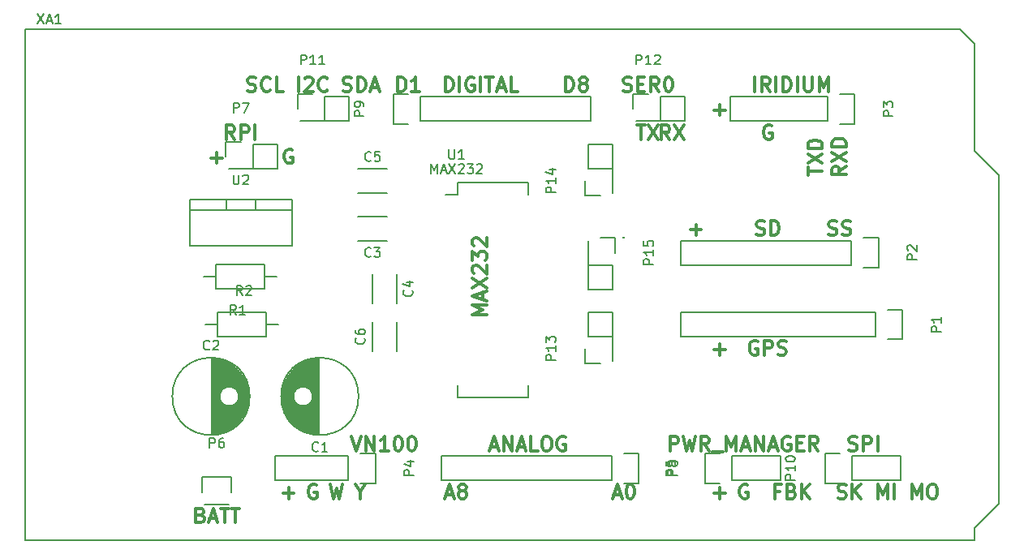
<source format=gto>
G04 #@! TF.FileFunction,Legend,Top*
%FSLAX46Y46*%
G04 Gerber Fmt 4.6, Leading zero omitted, Abs format (unit mm)*
G04 Created by KiCad (PCBNEW 4.0.2+dfsg1-stable) date fr. 11. mai 2018 kl. 17.21 +0200*
%MOMM*%
G01*
G04 APERTURE LIST*
%ADD10C,0.100000*%
%ADD11C,0.300000*%
%ADD12C,0.150000*%
G04 APERTURE END LIST*
D10*
D11*
X151392858Y-93178571D02*
X151392858Y-91678571D01*
X151750001Y-91678571D01*
X151964286Y-91750000D01*
X152107144Y-91892857D01*
X152178572Y-92035714D01*
X152250001Y-92321429D01*
X152250001Y-92535714D01*
X152178572Y-92821429D01*
X152107144Y-92964286D01*
X151964286Y-93107143D01*
X151750001Y-93178571D01*
X151392858Y-93178571D01*
X153678572Y-93178571D02*
X152821429Y-93178571D01*
X153250001Y-93178571D02*
X153250001Y-91678571D01*
X153107144Y-91892857D01*
X152964286Y-92035714D01*
X152821429Y-92107143D01*
X168892858Y-93178571D02*
X168892858Y-91678571D01*
X169250001Y-91678571D01*
X169464286Y-91750000D01*
X169607144Y-91892857D01*
X169678572Y-92035714D01*
X169750001Y-92321429D01*
X169750001Y-92535714D01*
X169678572Y-92821429D01*
X169607144Y-92964286D01*
X169464286Y-93107143D01*
X169250001Y-93178571D01*
X168892858Y-93178571D01*
X170607144Y-92321429D02*
X170464286Y-92250000D01*
X170392858Y-92178571D01*
X170321429Y-92035714D01*
X170321429Y-91964286D01*
X170392858Y-91821429D01*
X170464286Y-91750000D01*
X170607144Y-91678571D01*
X170892858Y-91678571D01*
X171035715Y-91750000D01*
X171107144Y-91821429D01*
X171178572Y-91964286D01*
X171178572Y-92035714D01*
X171107144Y-92178571D01*
X171035715Y-92250000D01*
X170892858Y-92321429D01*
X170607144Y-92321429D01*
X170464286Y-92392857D01*
X170392858Y-92464286D01*
X170321429Y-92607143D01*
X170321429Y-92892857D01*
X170392858Y-93035714D01*
X170464286Y-93107143D01*
X170607144Y-93178571D01*
X170892858Y-93178571D01*
X171035715Y-93107143D01*
X171107144Y-93035714D01*
X171178572Y-92892857D01*
X171178572Y-92607143D01*
X171107144Y-92464286D01*
X171035715Y-92392857D01*
X170892858Y-92321429D01*
X179750001Y-98178571D02*
X179250001Y-97464286D01*
X178892858Y-98178571D02*
X178892858Y-96678571D01*
X179464286Y-96678571D01*
X179607144Y-96750000D01*
X179678572Y-96821429D01*
X179750001Y-96964286D01*
X179750001Y-97178571D01*
X179678572Y-97321429D01*
X179607144Y-97392857D01*
X179464286Y-97464286D01*
X178892858Y-97464286D01*
X180250001Y-96678571D02*
X181250001Y-98178571D01*
X181250001Y-96678571D02*
X180250001Y-98178571D01*
X176357143Y-96678571D02*
X177214286Y-96678571D01*
X176785715Y-98178571D02*
X176785715Y-96678571D01*
X177571429Y-96678571D02*
X178571429Y-98178571D01*
X178571429Y-96678571D02*
X177571429Y-98178571D01*
X198178571Y-100999999D02*
X197464286Y-101499999D01*
X198178571Y-101857142D02*
X196678571Y-101857142D01*
X196678571Y-101285714D01*
X196750000Y-101142856D01*
X196821429Y-101071428D01*
X196964286Y-100999999D01*
X197178571Y-100999999D01*
X197321429Y-101071428D01*
X197392857Y-101142856D01*
X197464286Y-101285714D01*
X197464286Y-101857142D01*
X196678571Y-100499999D02*
X198178571Y-99499999D01*
X196678571Y-99499999D02*
X198178571Y-100499999D01*
X198178571Y-98928571D02*
X196678571Y-98928571D01*
X196678571Y-98571428D01*
X196750000Y-98357143D01*
X196892857Y-98214285D01*
X197035714Y-98142857D01*
X197321429Y-98071428D01*
X197535714Y-98071428D01*
X197821429Y-98142857D01*
X197964286Y-98214285D01*
X198107143Y-98357143D01*
X198178571Y-98571428D01*
X198178571Y-98928571D01*
X194178571Y-101892857D02*
X194178571Y-101035714D01*
X195678571Y-101464285D02*
X194178571Y-101464285D01*
X194178571Y-100678571D02*
X195678571Y-99678571D01*
X194178571Y-99678571D02*
X195678571Y-100678571D01*
X195678571Y-99107143D02*
X194178571Y-99107143D01*
X194178571Y-98750000D01*
X194250000Y-98535715D01*
X194392857Y-98392857D01*
X194535714Y-98321429D01*
X194821429Y-98250000D01*
X195035714Y-98250000D01*
X195321429Y-98321429D01*
X195464286Y-98392857D01*
X195607143Y-98535715D01*
X195678571Y-98750000D01*
X195678571Y-99107143D01*
X190392857Y-96750000D02*
X190250000Y-96678571D01*
X190035714Y-96678571D01*
X189821429Y-96750000D01*
X189678571Y-96892857D01*
X189607143Y-97035714D01*
X189535714Y-97321429D01*
X189535714Y-97535714D01*
X189607143Y-97821429D01*
X189678571Y-97964286D01*
X189821429Y-98107143D01*
X190035714Y-98178571D01*
X190178571Y-98178571D01*
X190392857Y-98107143D01*
X190464286Y-98035714D01*
X190464286Y-97535714D01*
X190178571Y-97535714D01*
X184428572Y-95107143D02*
X185571429Y-95107143D01*
X185000000Y-95678571D02*
X185000000Y-94535714D01*
X196357143Y-108107143D02*
X196571429Y-108178571D01*
X196928572Y-108178571D01*
X197071429Y-108107143D01*
X197142858Y-108035714D01*
X197214286Y-107892857D01*
X197214286Y-107750000D01*
X197142858Y-107607143D01*
X197071429Y-107535714D01*
X196928572Y-107464286D01*
X196642858Y-107392857D01*
X196500000Y-107321429D01*
X196428572Y-107250000D01*
X196357143Y-107107143D01*
X196357143Y-106964286D01*
X196428572Y-106821429D01*
X196500000Y-106750000D01*
X196642858Y-106678571D01*
X197000000Y-106678571D01*
X197214286Y-106750000D01*
X197785714Y-108107143D02*
X198000000Y-108178571D01*
X198357143Y-108178571D01*
X198500000Y-108107143D01*
X198571429Y-108035714D01*
X198642857Y-107892857D01*
X198642857Y-107750000D01*
X198571429Y-107607143D01*
X198500000Y-107535714D01*
X198357143Y-107464286D01*
X198071429Y-107392857D01*
X197928571Y-107321429D01*
X197857143Y-107250000D01*
X197785714Y-107107143D01*
X197785714Y-106964286D01*
X197857143Y-106821429D01*
X197928571Y-106750000D01*
X198071429Y-106678571D01*
X198428571Y-106678571D01*
X198642857Y-106750000D01*
X181928572Y-107607143D02*
X183071429Y-107607143D01*
X182500000Y-108178571D02*
X182500000Y-107035714D01*
X184428572Y-120107143D02*
X185571429Y-120107143D01*
X185000000Y-120678571D02*
X185000000Y-119535714D01*
X197321428Y-135607143D02*
X197535714Y-135678571D01*
X197892857Y-135678571D01*
X198035714Y-135607143D01*
X198107143Y-135535714D01*
X198178571Y-135392857D01*
X198178571Y-135250000D01*
X198107143Y-135107143D01*
X198035714Y-135035714D01*
X197892857Y-134964286D01*
X197607143Y-134892857D01*
X197464285Y-134821429D01*
X197392857Y-134750000D01*
X197321428Y-134607143D01*
X197321428Y-134464286D01*
X197392857Y-134321429D01*
X197464285Y-134250000D01*
X197607143Y-134178571D01*
X197964285Y-134178571D01*
X198178571Y-134250000D01*
X198821428Y-135678571D02*
X198821428Y-134178571D01*
X199678571Y-135678571D02*
X199035714Y-134821429D01*
X199678571Y-134178571D02*
X198821428Y-135035714D01*
X201464285Y-135678571D02*
X201464285Y-134178571D01*
X201964285Y-135250000D01*
X202464285Y-134178571D01*
X202464285Y-135678571D01*
X203178571Y-135678571D02*
X203178571Y-134178571D01*
X205035714Y-135678571D02*
X205035714Y-134178571D01*
X205535714Y-135250000D01*
X206035714Y-134178571D01*
X206035714Y-135678571D01*
X207035714Y-134178571D02*
X207321428Y-134178571D01*
X207464286Y-134250000D01*
X207607143Y-134392857D01*
X207678571Y-134678571D01*
X207678571Y-135178571D01*
X207607143Y-135464286D01*
X207464286Y-135607143D01*
X207321428Y-135678571D01*
X207035714Y-135678571D01*
X206892857Y-135607143D01*
X206750000Y-135464286D01*
X206678571Y-135178571D01*
X206678571Y-134678571D01*
X206750000Y-134392857D01*
X206892857Y-134250000D01*
X207035714Y-134178571D01*
X191214286Y-134892857D02*
X190714286Y-134892857D01*
X190714286Y-135678571D02*
X190714286Y-134178571D01*
X191428572Y-134178571D01*
X192500000Y-134892857D02*
X192714286Y-134964286D01*
X192785714Y-135035714D01*
X192857143Y-135178571D01*
X192857143Y-135392857D01*
X192785714Y-135535714D01*
X192714286Y-135607143D01*
X192571428Y-135678571D01*
X192000000Y-135678571D01*
X192000000Y-134178571D01*
X192500000Y-134178571D01*
X192642857Y-134250000D01*
X192714286Y-134321429D01*
X192785714Y-134464286D01*
X192785714Y-134607143D01*
X192714286Y-134750000D01*
X192642857Y-134821429D01*
X192500000Y-134892857D01*
X192000000Y-134892857D01*
X193500000Y-135678571D02*
X193500000Y-134178571D01*
X194357143Y-135678571D02*
X193714286Y-134821429D01*
X194357143Y-134178571D02*
X193500000Y-135035714D01*
X187892857Y-134250000D02*
X187750000Y-134178571D01*
X187535714Y-134178571D01*
X187321429Y-134250000D01*
X187178571Y-134392857D01*
X187107143Y-134535714D01*
X187035714Y-134821429D01*
X187035714Y-135035714D01*
X187107143Y-135321429D01*
X187178571Y-135464286D01*
X187321429Y-135607143D01*
X187535714Y-135678571D01*
X187678571Y-135678571D01*
X187892857Y-135607143D01*
X187964286Y-135535714D01*
X187964286Y-135035714D01*
X187678571Y-135035714D01*
X184428572Y-135107143D02*
X185571429Y-135107143D01*
X185000000Y-135678571D02*
X185000000Y-134535714D01*
X156428572Y-135250000D02*
X157142858Y-135250000D01*
X156285715Y-135678571D02*
X156785715Y-134178571D01*
X157285715Y-135678571D01*
X158000001Y-134821429D02*
X157857143Y-134750000D01*
X157785715Y-134678571D01*
X157714286Y-134535714D01*
X157714286Y-134464286D01*
X157785715Y-134321429D01*
X157857143Y-134250000D01*
X158000001Y-134178571D01*
X158285715Y-134178571D01*
X158428572Y-134250000D01*
X158500001Y-134321429D01*
X158571429Y-134464286D01*
X158571429Y-134535714D01*
X158500001Y-134678571D01*
X158428572Y-134750000D01*
X158285715Y-134821429D01*
X158000001Y-134821429D01*
X157857143Y-134892857D01*
X157785715Y-134964286D01*
X157714286Y-135107143D01*
X157714286Y-135392857D01*
X157785715Y-135535714D01*
X157857143Y-135607143D01*
X158000001Y-135678571D01*
X158285715Y-135678571D01*
X158428572Y-135607143D01*
X158500001Y-135535714D01*
X158571429Y-135392857D01*
X158571429Y-135107143D01*
X158500001Y-134964286D01*
X158428572Y-134892857D01*
X158285715Y-134821429D01*
X173928572Y-135250000D02*
X174642858Y-135250000D01*
X173785715Y-135678571D02*
X174285715Y-134178571D01*
X174785715Y-135678571D01*
X175571429Y-134178571D02*
X175714286Y-134178571D01*
X175857143Y-134250000D01*
X175928572Y-134321429D01*
X176000001Y-134464286D01*
X176071429Y-134750000D01*
X176071429Y-135107143D01*
X176000001Y-135392857D01*
X175928572Y-135535714D01*
X175857143Y-135607143D01*
X175714286Y-135678571D01*
X175571429Y-135678571D01*
X175428572Y-135607143D01*
X175357143Y-135535714D01*
X175285715Y-135392857D01*
X175214286Y-135107143D01*
X175214286Y-134750000D01*
X175285715Y-134464286D01*
X175357143Y-134321429D01*
X175428572Y-134250000D01*
X175571429Y-134178571D01*
X147500000Y-134964286D02*
X147500000Y-135678571D01*
X147000000Y-134178571D02*
X147500000Y-134964286D01*
X148000000Y-134178571D01*
X144357143Y-134178571D02*
X144714286Y-135678571D01*
X145000000Y-134607143D01*
X145285714Y-135678571D01*
X145642857Y-134178571D01*
X142892857Y-134250000D02*
X142750000Y-134178571D01*
X142535714Y-134178571D01*
X142321429Y-134250000D01*
X142178571Y-134392857D01*
X142107143Y-134535714D01*
X142035714Y-134821429D01*
X142035714Y-135035714D01*
X142107143Y-135321429D01*
X142178571Y-135464286D01*
X142321429Y-135607143D01*
X142535714Y-135678571D01*
X142678571Y-135678571D01*
X142892857Y-135607143D01*
X142964286Y-135535714D01*
X142964286Y-135035714D01*
X142678571Y-135035714D01*
X139428572Y-135107143D02*
X140571429Y-135107143D01*
X140000000Y-135678571D02*
X140000000Y-134535714D01*
X130821429Y-137392857D02*
X131035715Y-137464286D01*
X131107143Y-137535714D01*
X131178572Y-137678571D01*
X131178572Y-137892857D01*
X131107143Y-138035714D01*
X131035715Y-138107143D01*
X130892857Y-138178571D01*
X130321429Y-138178571D01*
X130321429Y-136678571D01*
X130821429Y-136678571D01*
X130964286Y-136750000D01*
X131035715Y-136821429D01*
X131107143Y-136964286D01*
X131107143Y-137107143D01*
X131035715Y-137250000D01*
X130964286Y-137321429D01*
X130821429Y-137392857D01*
X130321429Y-137392857D01*
X131750000Y-137750000D02*
X132464286Y-137750000D01*
X131607143Y-138178571D02*
X132107143Y-136678571D01*
X132607143Y-138178571D01*
X132892857Y-136678571D02*
X133750000Y-136678571D01*
X133321429Y-138178571D02*
X133321429Y-136678571D01*
X134035714Y-136678571D02*
X134892857Y-136678571D01*
X134464286Y-138178571D02*
X134464286Y-136678571D01*
X145678572Y-93107143D02*
X145892858Y-93178571D01*
X146250001Y-93178571D01*
X146392858Y-93107143D01*
X146464287Y-93035714D01*
X146535715Y-92892857D01*
X146535715Y-92750000D01*
X146464287Y-92607143D01*
X146392858Y-92535714D01*
X146250001Y-92464286D01*
X145964287Y-92392857D01*
X145821429Y-92321429D01*
X145750001Y-92250000D01*
X145678572Y-92107143D01*
X145678572Y-91964286D01*
X145750001Y-91821429D01*
X145821429Y-91750000D01*
X145964287Y-91678571D01*
X146321429Y-91678571D01*
X146535715Y-91750000D01*
X147178572Y-93178571D02*
X147178572Y-91678571D01*
X147535715Y-91678571D01*
X147750000Y-91750000D01*
X147892858Y-91892857D01*
X147964286Y-92035714D01*
X148035715Y-92321429D01*
X148035715Y-92535714D01*
X147964286Y-92821429D01*
X147892858Y-92964286D01*
X147750000Y-93107143D01*
X147535715Y-93178571D01*
X147178572Y-93178571D01*
X148607143Y-92750000D02*
X149321429Y-92750000D01*
X148464286Y-93178571D02*
X148964286Y-91678571D01*
X149464286Y-93178571D01*
X135714286Y-93107143D02*
X135928572Y-93178571D01*
X136285715Y-93178571D01*
X136428572Y-93107143D01*
X136500001Y-93035714D01*
X136571429Y-92892857D01*
X136571429Y-92750000D01*
X136500001Y-92607143D01*
X136428572Y-92535714D01*
X136285715Y-92464286D01*
X136000001Y-92392857D01*
X135857143Y-92321429D01*
X135785715Y-92250000D01*
X135714286Y-92107143D01*
X135714286Y-91964286D01*
X135785715Y-91821429D01*
X135857143Y-91750000D01*
X136000001Y-91678571D01*
X136357143Y-91678571D01*
X136571429Y-91750000D01*
X138071429Y-93035714D02*
X138000000Y-93107143D01*
X137785714Y-93178571D01*
X137642857Y-93178571D01*
X137428572Y-93107143D01*
X137285714Y-92964286D01*
X137214286Y-92821429D01*
X137142857Y-92535714D01*
X137142857Y-92321429D01*
X137214286Y-92035714D01*
X137285714Y-91892857D01*
X137428572Y-91750000D01*
X137642857Y-91678571D01*
X137785714Y-91678571D01*
X138000000Y-91750000D01*
X138071429Y-91821429D01*
X139428572Y-93178571D02*
X138714286Y-93178571D01*
X138714286Y-91678571D01*
X131928572Y-100107143D02*
X133071429Y-100107143D01*
X132500000Y-100678571D02*
X132500000Y-99535714D01*
X140392857Y-99250000D02*
X140250000Y-99178571D01*
X140035714Y-99178571D01*
X139821429Y-99250000D01*
X139678571Y-99392857D01*
X139607143Y-99535714D01*
X139535714Y-99821429D01*
X139535714Y-100035714D01*
X139607143Y-100321429D01*
X139678571Y-100464286D01*
X139821429Y-100607143D01*
X140035714Y-100678571D01*
X140178571Y-100678571D01*
X140392857Y-100607143D01*
X140464286Y-100535714D01*
X140464286Y-100035714D01*
X140178571Y-100035714D01*
X160678571Y-116499999D02*
X159178571Y-116499999D01*
X160250000Y-115999999D01*
X159178571Y-115499999D01*
X160678571Y-115499999D01*
X160250000Y-114857142D02*
X160250000Y-114142856D01*
X160678571Y-114999999D02*
X159178571Y-114499999D01*
X160678571Y-113999999D01*
X159178571Y-113642856D02*
X160678571Y-112642856D01*
X159178571Y-112642856D02*
X160678571Y-113642856D01*
X159321429Y-112142857D02*
X159250000Y-112071428D01*
X159178571Y-111928571D01*
X159178571Y-111571428D01*
X159250000Y-111428571D01*
X159321429Y-111357142D01*
X159464286Y-111285714D01*
X159607143Y-111285714D01*
X159821429Y-111357142D01*
X160678571Y-112214285D01*
X160678571Y-111285714D01*
X159178571Y-110785714D02*
X159178571Y-109857143D01*
X159750000Y-110357143D01*
X159750000Y-110142857D01*
X159821429Y-110000000D01*
X159892857Y-109928571D01*
X160035714Y-109857143D01*
X160392857Y-109857143D01*
X160535714Y-109928571D01*
X160607143Y-110000000D01*
X160678571Y-110142857D01*
X160678571Y-110571429D01*
X160607143Y-110714286D01*
X160535714Y-110785714D01*
X159321429Y-109285715D02*
X159250000Y-109214286D01*
X159178571Y-109071429D01*
X159178571Y-108714286D01*
X159250000Y-108571429D01*
X159321429Y-108500000D01*
X159464286Y-108428572D01*
X159607143Y-108428572D01*
X159821429Y-108500000D01*
X160678571Y-109357143D01*
X160678571Y-108428572D01*
X146571429Y-129178571D02*
X147071429Y-130678571D01*
X147571429Y-129178571D01*
X148071429Y-130678571D02*
X148071429Y-129178571D01*
X148928572Y-130678571D01*
X148928572Y-129178571D01*
X150428572Y-130678571D02*
X149571429Y-130678571D01*
X150000001Y-130678571D02*
X150000001Y-129178571D01*
X149857144Y-129392857D01*
X149714286Y-129535714D01*
X149571429Y-129607143D01*
X151357143Y-129178571D02*
X151500000Y-129178571D01*
X151642857Y-129250000D01*
X151714286Y-129321429D01*
X151785715Y-129464286D01*
X151857143Y-129750000D01*
X151857143Y-130107143D01*
X151785715Y-130392857D01*
X151714286Y-130535714D01*
X151642857Y-130607143D01*
X151500000Y-130678571D01*
X151357143Y-130678571D01*
X151214286Y-130607143D01*
X151142857Y-130535714D01*
X151071429Y-130392857D01*
X151000000Y-130107143D01*
X151000000Y-129750000D01*
X151071429Y-129464286D01*
X151142857Y-129321429D01*
X151214286Y-129250000D01*
X151357143Y-129178571D01*
X152785714Y-129178571D02*
X152928571Y-129178571D01*
X153071428Y-129250000D01*
X153142857Y-129321429D01*
X153214286Y-129464286D01*
X153285714Y-129750000D01*
X153285714Y-130107143D01*
X153214286Y-130392857D01*
X153142857Y-130535714D01*
X153071428Y-130607143D01*
X152928571Y-130678571D01*
X152785714Y-130678571D01*
X152642857Y-130607143D01*
X152571428Y-130535714D01*
X152500000Y-130392857D01*
X152428571Y-130107143D01*
X152428571Y-129750000D01*
X152500000Y-129464286D01*
X152571428Y-129321429D01*
X152642857Y-129250000D01*
X152785714Y-129178571D01*
X134357143Y-98178571D02*
X133857143Y-97464286D01*
X133500000Y-98178571D02*
X133500000Y-96678571D01*
X134071428Y-96678571D01*
X134214286Y-96750000D01*
X134285714Y-96821429D01*
X134357143Y-96964286D01*
X134357143Y-97178571D01*
X134285714Y-97321429D01*
X134214286Y-97392857D01*
X134071428Y-97464286D01*
X133500000Y-97464286D01*
X135000000Y-98178571D02*
X135000000Y-96678571D01*
X135571428Y-96678571D01*
X135714286Y-96750000D01*
X135785714Y-96821429D01*
X135857143Y-96964286D01*
X135857143Y-97178571D01*
X135785714Y-97321429D01*
X135714286Y-97392857D01*
X135571428Y-97464286D01*
X135000000Y-97464286D01*
X136500000Y-98178571D02*
X136500000Y-96678571D01*
X141035715Y-93178571D02*
X141035715Y-91678571D01*
X141678572Y-91821429D02*
X141750001Y-91750000D01*
X141892858Y-91678571D01*
X142250001Y-91678571D01*
X142392858Y-91750000D01*
X142464287Y-91821429D01*
X142535715Y-91964286D01*
X142535715Y-92107143D01*
X142464287Y-92321429D01*
X141607144Y-93178571D01*
X142535715Y-93178571D01*
X144035715Y-93035714D02*
X143964286Y-93107143D01*
X143750000Y-93178571D01*
X143607143Y-93178571D01*
X143392858Y-93107143D01*
X143250000Y-92964286D01*
X143178572Y-92821429D01*
X143107143Y-92535714D01*
X143107143Y-92321429D01*
X143178572Y-92035714D01*
X143250000Y-91892857D01*
X143392858Y-91750000D01*
X143607143Y-91678571D01*
X143750000Y-91678571D01*
X143964286Y-91750000D01*
X144035715Y-91821429D01*
X156321429Y-93178571D02*
X156321429Y-91678571D01*
X156678572Y-91678571D01*
X156892857Y-91750000D01*
X157035715Y-91892857D01*
X157107143Y-92035714D01*
X157178572Y-92321429D01*
X157178572Y-92535714D01*
X157107143Y-92821429D01*
X157035715Y-92964286D01*
X156892857Y-93107143D01*
X156678572Y-93178571D01*
X156321429Y-93178571D01*
X157821429Y-93178571D02*
X157821429Y-91678571D01*
X159321429Y-91750000D02*
X159178572Y-91678571D01*
X158964286Y-91678571D01*
X158750001Y-91750000D01*
X158607143Y-91892857D01*
X158535715Y-92035714D01*
X158464286Y-92321429D01*
X158464286Y-92535714D01*
X158535715Y-92821429D01*
X158607143Y-92964286D01*
X158750001Y-93107143D01*
X158964286Y-93178571D01*
X159107143Y-93178571D01*
X159321429Y-93107143D01*
X159392858Y-93035714D01*
X159392858Y-92535714D01*
X159107143Y-92535714D01*
X160035715Y-93178571D02*
X160035715Y-91678571D01*
X160535715Y-91678571D02*
X161392858Y-91678571D01*
X160964287Y-93178571D02*
X160964287Y-91678571D01*
X161821429Y-92750000D02*
X162535715Y-92750000D01*
X161678572Y-93178571D02*
X162178572Y-91678571D01*
X162678572Y-93178571D01*
X163892858Y-93178571D02*
X163178572Y-93178571D01*
X163178572Y-91678571D01*
X174928572Y-93107143D02*
X175142858Y-93178571D01*
X175500001Y-93178571D01*
X175642858Y-93107143D01*
X175714287Y-93035714D01*
X175785715Y-92892857D01*
X175785715Y-92750000D01*
X175714287Y-92607143D01*
X175642858Y-92535714D01*
X175500001Y-92464286D01*
X175214287Y-92392857D01*
X175071429Y-92321429D01*
X175000001Y-92250000D01*
X174928572Y-92107143D01*
X174928572Y-91964286D01*
X175000001Y-91821429D01*
X175071429Y-91750000D01*
X175214287Y-91678571D01*
X175571429Y-91678571D01*
X175785715Y-91750000D01*
X176428572Y-92392857D02*
X176928572Y-92392857D01*
X177142858Y-93178571D02*
X176428572Y-93178571D01*
X176428572Y-91678571D01*
X177142858Y-91678571D01*
X178642858Y-93178571D02*
X178142858Y-92464286D01*
X177785715Y-93178571D02*
X177785715Y-91678571D01*
X178357143Y-91678571D01*
X178500001Y-91750000D01*
X178571429Y-91821429D01*
X178642858Y-91964286D01*
X178642858Y-92178571D01*
X178571429Y-92321429D01*
X178500001Y-92392857D01*
X178357143Y-92464286D01*
X177785715Y-92464286D01*
X179571429Y-91678571D02*
X179714286Y-91678571D01*
X179857143Y-91750000D01*
X179928572Y-91821429D01*
X180000001Y-91964286D01*
X180071429Y-92250000D01*
X180071429Y-92607143D01*
X180000001Y-92892857D01*
X179928572Y-93035714D01*
X179857143Y-93107143D01*
X179714286Y-93178571D01*
X179571429Y-93178571D01*
X179428572Y-93107143D01*
X179357143Y-93035714D01*
X179285715Y-92892857D01*
X179214286Y-92607143D01*
X179214286Y-92250000D01*
X179285715Y-91964286D01*
X179357143Y-91821429D01*
X179428572Y-91750000D01*
X179571429Y-91678571D01*
X188642857Y-93178571D02*
X188642857Y-91678571D01*
X190214286Y-93178571D02*
X189714286Y-92464286D01*
X189357143Y-93178571D02*
X189357143Y-91678571D01*
X189928571Y-91678571D01*
X190071429Y-91750000D01*
X190142857Y-91821429D01*
X190214286Y-91964286D01*
X190214286Y-92178571D01*
X190142857Y-92321429D01*
X190071429Y-92392857D01*
X189928571Y-92464286D01*
X189357143Y-92464286D01*
X190857143Y-93178571D02*
X190857143Y-91678571D01*
X191571429Y-93178571D02*
X191571429Y-91678571D01*
X191928572Y-91678571D01*
X192142857Y-91750000D01*
X192285715Y-91892857D01*
X192357143Y-92035714D01*
X192428572Y-92321429D01*
X192428572Y-92535714D01*
X192357143Y-92821429D01*
X192285715Y-92964286D01*
X192142857Y-93107143D01*
X191928572Y-93178571D01*
X191571429Y-93178571D01*
X193071429Y-93178571D02*
X193071429Y-91678571D01*
X193785715Y-91678571D02*
X193785715Y-92892857D01*
X193857143Y-93035714D01*
X193928572Y-93107143D01*
X194071429Y-93178571D01*
X194357143Y-93178571D01*
X194500001Y-93107143D01*
X194571429Y-93035714D01*
X194642858Y-92892857D01*
X194642858Y-91678571D01*
X195357144Y-93178571D02*
X195357144Y-91678571D01*
X195857144Y-92750000D01*
X196357144Y-91678571D01*
X196357144Y-93178571D01*
X188821429Y-108107143D02*
X189035715Y-108178571D01*
X189392858Y-108178571D01*
X189535715Y-108107143D01*
X189607144Y-108035714D01*
X189678572Y-107892857D01*
X189678572Y-107750000D01*
X189607144Y-107607143D01*
X189535715Y-107535714D01*
X189392858Y-107464286D01*
X189107144Y-107392857D01*
X188964286Y-107321429D01*
X188892858Y-107250000D01*
X188821429Y-107107143D01*
X188821429Y-106964286D01*
X188892858Y-106821429D01*
X188964286Y-106750000D01*
X189107144Y-106678571D01*
X189464286Y-106678571D01*
X189678572Y-106750000D01*
X190321429Y-108178571D02*
X190321429Y-106678571D01*
X190678572Y-106678571D01*
X190892857Y-106750000D01*
X191035715Y-106892857D01*
X191107143Y-107035714D01*
X191178572Y-107321429D01*
X191178572Y-107535714D01*
X191107143Y-107821429D01*
X191035715Y-107964286D01*
X190892857Y-108107143D01*
X190678572Y-108178571D01*
X190321429Y-108178571D01*
X188928572Y-119250000D02*
X188785715Y-119178571D01*
X188571429Y-119178571D01*
X188357144Y-119250000D01*
X188214286Y-119392857D01*
X188142858Y-119535714D01*
X188071429Y-119821429D01*
X188071429Y-120035714D01*
X188142858Y-120321429D01*
X188214286Y-120464286D01*
X188357144Y-120607143D01*
X188571429Y-120678571D01*
X188714286Y-120678571D01*
X188928572Y-120607143D01*
X189000001Y-120535714D01*
X189000001Y-120035714D01*
X188714286Y-120035714D01*
X189642858Y-120678571D02*
X189642858Y-119178571D01*
X190214286Y-119178571D01*
X190357144Y-119250000D01*
X190428572Y-119321429D01*
X190500001Y-119464286D01*
X190500001Y-119678571D01*
X190428572Y-119821429D01*
X190357144Y-119892857D01*
X190214286Y-119964286D01*
X189642858Y-119964286D01*
X191071429Y-120607143D02*
X191285715Y-120678571D01*
X191642858Y-120678571D01*
X191785715Y-120607143D01*
X191857144Y-120535714D01*
X191928572Y-120392857D01*
X191928572Y-120250000D01*
X191857144Y-120107143D01*
X191785715Y-120035714D01*
X191642858Y-119964286D01*
X191357144Y-119892857D01*
X191214286Y-119821429D01*
X191142858Y-119750000D01*
X191071429Y-119607143D01*
X191071429Y-119464286D01*
X191142858Y-119321429D01*
X191214286Y-119250000D01*
X191357144Y-119178571D01*
X191714286Y-119178571D01*
X191928572Y-119250000D01*
X198464286Y-130607143D02*
X198678572Y-130678571D01*
X199035715Y-130678571D01*
X199178572Y-130607143D01*
X199250001Y-130535714D01*
X199321429Y-130392857D01*
X199321429Y-130250000D01*
X199250001Y-130107143D01*
X199178572Y-130035714D01*
X199035715Y-129964286D01*
X198750001Y-129892857D01*
X198607143Y-129821429D01*
X198535715Y-129750000D01*
X198464286Y-129607143D01*
X198464286Y-129464286D01*
X198535715Y-129321429D01*
X198607143Y-129250000D01*
X198750001Y-129178571D01*
X199107143Y-129178571D01*
X199321429Y-129250000D01*
X199964286Y-130678571D02*
X199964286Y-129178571D01*
X200535714Y-129178571D01*
X200678572Y-129250000D01*
X200750000Y-129321429D01*
X200821429Y-129464286D01*
X200821429Y-129678571D01*
X200750000Y-129821429D01*
X200678572Y-129892857D01*
X200535714Y-129964286D01*
X199964286Y-129964286D01*
X201464286Y-130678571D02*
X201464286Y-129178571D01*
X179821429Y-130678571D02*
X179821429Y-129178571D01*
X180392857Y-129178571D01*
X180535715Y-129250000D01*
X180607143Y-129321429D01*
X180678572Y-129464286D01*
X180678572Y-129678571D01*
X180607143Y-129821429D01*
X180535715Y-129892857D01*
X180392857Y-129964286D01*
X179821429Y-129964286D01*
X181178572Y-129178571D02*
X181535715Y-130678571D01*
X181821429Y-129607143D01*
X182107143Y-130678571D01*
X182464286Y-129178571D01*
X183892858Y-130678571D02*
X183392858Y-129964286D01*
X183035715Y-130678571D02*
X183035715Y-129178571D01*
X183607143Y-129178571D01*
X183750001Y-129250000D01*
X183821429Y-129321429D01*
X183892858Y-129464286D01*
X183892858Y-129678571D01*
X183821429Y-129821429D01*
X183750001Y-129892857D01*
X183607143Y-129964286D01*
X183035715Y-129964286D01*
X184178572Y-130821429D02*
X185321429Y-130821429D01*
X185678572Y-130678571D02*
X185678572Y-129178571D01*
X186178572Y-130250000D01*
X186678572Y-129178571D01*
X186678572Y-130678571D01*
X187321429Y-130250000D02*
X188035715Y-130250000D01*
X187178572Y-130678571D02*
X187678572Y-129178571D01*
X188178572Y-130678571D01*
X188678572Y-130678571D02*
X188678572Y-129178571D01*
X189535715Y-130678571D01*
X189535715Y-129178571D01*
X190178572Y-130250000D02*
X190892858Y-130250000D01*
X190035715Y-130678571D02*
X190535715Y-129178571D01*
X191035715Y-130678571D01*
X192321429Y-129250000D02*
X192178572Y-129178571D01*
X191964286Y-129178571D01*
X191750001Y-129250000D01*
X191607143Y-129392857D01*
X191535715Y-129535714D01*
X191464286Y-129821429D01*
X191464286Y-130035714D01*
X191535715Y-130321429D01*
X191607143Y-130464286D01*
X191750001Y-130607143D01*
X191964286Y-130678571D01*
X192107143Y-130678571D01*
X192321429Y-130607143D01*
X192392858Y-130535714D01*
X192392858Y-130035714D01*
X192107143Y-130035714D01*
X193035715Y-129892857D02*
X193535715Y-129892857D01*
X193750001Y-130678571D02*
X193035715Y-130678571D01*
X193035715Y-129178571D01*
X193750001Y-129178571D01*
X195250001Y-130678571D02*
X194750001Y-129964286D01*
X194392858Y-130678571D02*
X194392858Y-129178571D01*
X194964286Y-129178571D01*
X195107144Y-129250000D01*
X195178572Y-129321429D01*
X195250001Y-129464286D01*
X195250001Y-129678571D01*
X195178572Y-129821429D01*
X195107144Y-129892857D01*
X194964286Y-129964286D01*
X194392858Y-129964286D01*
X161071428Y-130250000D02*
X161785714Y-130250000D01*
X160928571Y-130678571D02*
X161428571Y-129178571D01*
X161928571Y-130678571D01*
X162428571Y-130678571D02*
X162428571Y-129178571D01*
X163285714Y-130678571D01*
X163285714Y-129178571D01*
X163928571Y-130250000D02*
X164642857Y-130250000D01*
X163785714Y-130678571D02*
X164285714Y-129178571D01*
X164785714Y-130678571D01*
X166000000Y-130678571D02*
X165285714Y-130678571D01*
X165285714Y-129178571D01*
X166785714Y-129178571D02*
X167071428Y-129178571D01*
X167214286Y-129250000D01*
X167357143Y-129392857D01*
X167428571Y-129678571D01*
X167428571Y-130178571D01*
X167357143Y-130464286D01*
X167214286Y-130607143D01*
X167071428Y-130678571D01*
X166785714Y-130678571D01*
X166642857Y-130607143D01*
X166500000Y-130464286D01*
X166428571Y-130178571D01*
X166428571Y-129678571D01*
X166500000Y-129392857D01*
X166642857Y-129250000D01*
X166785714Y-129178571D01*
X168857143Y-129250000D02*
X168714286Y-129178571D01*
X168500000Y-129178571D01*
X168285715Y-129250000D01*
X168142857Y-129392857D01*
X168071429Y-129535714D01*
X168000000Y-129821429D01*
X168000000Y-130035714D01*
X168071429Y-130321429D01*
X168142857Y-130464286D01*
X168285715Y-130607143D01*
X168500000Y-130678571D01*
X168642857Y-130678571D01*
X168857143Y-130607143D01*
X168928572Y-130535714D01*
X168928572Y-130035714D01*
X168642857Y-130035714D01*
D12*
X112500000Y-86660000D02*
X112500000Y-140000000D01*
X211560000Y-99360000D02*
X211560000Y-88184000D01*
X214100000Y-101900000D02*
X211560000Y-99360000D01*
X214100000Y-136190000D02*
X214100000Y-101900000D01*
X211560000Y-138730000D02*
X214100000Y-136190000D01*
X211560000Y-140000000D02*
X211560000Y-138730000D01*
X210036000Y-86660000D02*
X211560000Y-88184000D01*
X112500000Y-140000000D02*
X211560000Y-140000000D01*
X112500000Y-86660000D02*
X210036000Y-86660000D01*
X112500000Y-86660000D02*
X112500000Y-140000000D01*
X211560000Y-99360000D02*
X211560000Y-88184000D01*
X214100000Y-101900000D02*
X211560000Y-99360000D01*
X214100000Y-136190000D02*
X214100000Y-101900000D01*
X211560000Y-138730000D02*
X214100000Y-136190000D01*
X211560000Y-140000000D02*
X211560000Y-138730000D01*
X210036000Y-86660000D02*
X211560000Y-88184000D01*
X112500000Y-140000000D02*
X211560000Y-140000000D01*
X112500000Y-86660000D02*
X210036000Y-86660000D01*
X143175000Y-128999000D02*
X143175000Y-121001000D01*
X143035000Y-128994000D02*
X143035000Y-121006000D01*
X142895000Y-128984000D02*
X142895000Y-121016000D01*
X142755000Y-128969000D02*
X142755000Y-121031000D01*
X142615000Y-128949000D02*
X142615000Y-121051000D01*
X142475000Y-128924000D02*
X142475000Y-125222000D01*
X142475000Y-124778000D02*
X142475000Y-121076000D01*
X142335000Y-128894000D02*
X142335000Y-125550000D01*
X142335000Y-124450000D02*
X142335000Y-121106000D01*
X142195000Y-128858000D02*
X142195000Y-125719000D01*
X142195000Y-124281000D02*
X142195000Y-121142000D01*
X142055000Y-128817000D02*
X142055000Y-125832000D01*
X142055000Y-124168000D02*
X142055000Y-121183000D01*
X141915000Y-128771000D02*
X141915000Y-125910000D01*
X141915000Y-124090000D02*
X141915000Y-121229000D01*
X141775000Y-128718000D02*
X141775000Y-125961000D01*
X141775000Y-124039000D02*
X141775000Y-121282000D01*
X141635000Y-128659000D02*
X141635000Y-125991000D01*
X141635000Y-124009000D02*
X141635000Y-121341000D01*
X141495000Y-128594000D02*
X141495000Y-126000000D01*
X141495000Y-124000000D02*
X141495000Y-121406000D01*
X141355000Y-128523000D02*
X141355000Y-125989000D01*
X141355000Y-124011000D02*
X141355000Y-121477000D01*
X141215000Y-128444000D02*
X141215000Y-125959000D01*
X141215000Y-124041000D02*
X141215000Y-121556000D01*
X141075000Y-128357000D02*
X141075000Y-125905000D01*
X141075000Y-124095000D02*
X141075000Y-121643000D01*
X140935000Y-128262000D02*
X140935000Y-125825000D01*
X140935000Y-124175000D02*
X140935000Y-121738000D01*
X140795000Y-128158000D02*
X140795000Y-125709000D01*
X140795000Y-124291000D02*
X140795000Y-121842000D01*
X140655000Y-128044000D02*
X140655000Y-125535000D01*
X140655000Y-124465000D02*
X140655000Y-121956000D01*
X140515000Y-127919000D02*
X140515000Y-125173000D01*
X140515000Y-124827000D02*
X140515000Y-122081000D01*
X140375000Y-127781000D02*
X140375000Y-122219000D01*
X140235000Y-127629000D02*
X140235000Y-122371000D01*
X140095000Y-127459000D02*
X140095000Y-122541000D01*
X139955000Y-127268000D02*
X139955000Y-122732000D01*
X139815000Y-127050000D02*
X139815000Y-122950000D01*
X139675000Y-126794000D02*
X139675000Y-123206000D01*
X139535000Y-126483000D02*
X139535000Y-123517000D01*
X139395000Y-126067000D02*
X139395000Y-123933000D01*
X139255000Y-125200000D02*
X139255000Y-124800000D01*
X142500000Y-125000000D02*
G75*
G03X142500000Y-125000000I-1000000J0D01*
G01*
X147287500Y-125000000D02*
G75*
G03X147287500Y-125000000I-4037500J0D01*
G01*
X131975000Y-121001000D02*
X131975000Y-128999000D01*
X132115000Y-121006000D02*
X132115000Y-128994000D01*
X132255000Y-121016000D02*
X132255000Y-128984000D01*
X132395000Y-121031000D02*
X132395000Y-128969000D01*
X132535000Y-121051000D02*
X132535000Y-128949000D01*
X132675000Y-121076000D02*
X132675000Y-128924000D01*
X132815000Y-121106000D02*
X132815000Y-124827000D01*
X132815000Y-125173000D02*
X132815000Y-128894000D01*
X132955000Y-121142000D02*
X132955000Y-124465000D01*
X132955000Y-125535000D02*
X132955000Y-128858000D01*
X133095000Y-121183000D02*
X133095000Y-124291000D01*
X133095000Y-125709000D02*
X133095000Y-128817000D01*
X133235000Y-121229000D02*
X133235000Y-124175000D01*
X133235000Y-125825000D02*
X133235000Y-128771000D01*
X133375000Y-121282000D02*
X133375000Y-124095000D01*
X133375000Y-125905000D02*
X133375000Y-128718000D01*
X133515000Y-121341000D02*
X133515000Y-124041000D01*
X133515000Y-125959000D02*
X133515000Y-128659000D01*
X133655000Y-121406000D02*
X133655000Y-124011000D01*
X133655000Y-125989000D02*
X133655000Y-128594000D01*
X133795000Y-121477000D02*
X133795000Y-124000000D01*
X133795000Y-126000000D02*
X133795000Y-128523000D01*
X133935000Y-121556000D02*
X133935000Y-124009000D01*
X133935000Y-125991000D02*
X133935000Y-128444000D01*
X134075000Y-121643000D02*
X134075000Y-124039000D01*
X134075000Y-125961000D02*
X134075000Y-128357000D01*
X134215000Y-121738000D02*
X134215000Y-124090000D01*
X134215000Y-125910000D02*
X134215000Y-128262000D01*
X134355000Y-121842000D02*
X134355000Y-124168000D01*
X134355000Y-125832000D02*
X134355000Y-128158000D01*
X134495000Y-121956000D02*
X134495000Y-124281000D01*
X134495000Y-125719000D02*
X134495000Y-128044000D01*
X134635000Y-122081000D02*
X134635000Y-124450000D01*
X134635000Y-125550000D02*
X134635000Y-127919000D01*
X134775000Y-122219000D02*
X134775000Y-124778000D01*
X134775000Y-125222000D02*
X134775000Y-127781000D01*
X134915000Y-122371000D02*
X134915000Y-127629000D01*
X135055000Y-122541000D02*
X135055000Y-127459000D01*
X135195000Y-122732000D02*
X135195000Y-127268000D01*
X135335000Y-122950000D02*
X135335000Y-127050000D01*
X135475000Y-123206000D02*
X135475000Y-126794000D01*
X135615000Y-123517000D02*
X135615000Y-126483000D01*
X135755000Y-123933000D02*
X135755000Y-126067000D01*
X135895000Y-124800000D02*
X135895000Y-125200000D01*
X134800000Y-125000000D02*
G75*
G03X134800000Y-125000000I-1000000J0D01*
G01*
X135937500Y-125000000D02*
G75*
G03X135937500Y-125000000I-4037500J0D01*
G01*
X150250000Y-108750000D02*
X147250000Y-108750000D01*
X147250000Y-106250000D02*
X150250000Y-106250000D01*
X151250000Y-112250000D02*
X151250000Y-115250000D01*
X148750000Y-115250000D02*
X148750000Y-112250000D01*
X147250000Y-101250000D02*
X150250000Y-101250000D01*
X150250000Y-103750000D02*
X147250000Y-103750000D01*
X148750000Y-120250000D02*
X148750000Y-117250000D01*
X151250000Y-117250000D02*
X151250000Y-120250000D01*
X201230000Y-118770000D02*
X180910000Y-118770000D01*
X180910000Y-118770000D02*
X180910000Y-116230000D01*
X180910000Y-116230000D02*
X201230000Y-116230000D01*
X204050000Y-119050000D02*
X202500000Y-119050000D01*
X201230000Y-118770000D02*
X201230000Y-116230000D01*
X202500000Y-115950000D02*
X204050000Y-115950000D01*
X204050000Y-115950000D02*
X204050000Y-119050000D01*
X198730000Y-111270000D02*
X180950000Y-111270000D01*
X180950000Y-111270000D02*
X180950000Y-108730000D01*
X180950000Y-108730000D02*
X198730000Y-108730000D01*
X201550000Y-111550000D02*
X200000000Y-111550000D01*
X198730000Y-111270000D02*
X198730000Y-108730000D01*
X200000000Y-108450000D02*
X201550000Y-108450000D01*
X201550000Y-108450000D02*
X201550000Y-111550000D01*
X197500000Y-93450000D02*
X199050000Y-93450000D01*
X199050000Y-93450000D02*
X199050000Y-96550000D01*
X199050000Y-96550000D02*
X197500000Y-96550000D01*
X196230000Y-96270000D02*
X186070000Y-96270000D01*
X186070000Y-96270000D02*
X186070000Y-93730000D01*
X186070000Y-93730000D02*
X196230000Y-93730000D01*
X196230000Y-96270000D02*
X196230000Y-93730000D01*
X146230000Y-131230000D02*
X138610000Y-131230000D01*
X146230000Y-133770000D02*
X138610000Y-133770000D01*
X149050000Y-134050000D02*
X147500000Y-134050000D01*
X138610000Y-131230000D02*
X138610000Y-133770000D01*
X146230000Y-133770000D02*
X146230000Y-131230000D01*
X147500000Y-130950000D02*
X149050000Y-130950000D01*
X149050000Y-130950000D02*
X149050000Y-134050000D01*
X186270000Y-133770000D02*
X191350000Y-133770000D01*
X191350000Y-133770000D02*
X191350000Y-131230000D01*
X191350000Y-131230000D02*
X186270000Y-131230000D01*
X183450000Y-130950000D02*
X185000000Y-130950000D01*
X186270000Y-131230000D02*
X186270000Y-133770000D01*
X185000000Y-134050000D02*
X183450000Y-134050000D01*
X183450000Y-134050000D02*
X183450000Y-130950000D01*
X134050000Y-133450000D02*
X134050000Y-135000000D01*
X130950000Y-135000000D02*
X130950000Y-133450000D01*
X130950000Y-133450000D02*
X134050000Y-133450000D01*
X131230000Y-136270000D02*
X133770000Y-136270000D01*
X133450000Y-100000000D02*
X133450000Y-98450000D01*
X135000000Y-98450000D02*
X133450000Y-98450000D01*
X133730000Y-101270000D02*
X136270000Y-101270000D01*
X138810000Y-98730000D02*
X136270000Y-98730000D01*
X136270000Y-98730000D02*
X136270000Y-101270000D01*
X136270000Y-101270000D02*
X138810000Y-101270000D01*
X138810000Y-101270000D02*
X138810000Y-98730000D01*
X173730000Y-133770000D02*
X155950000Y-133770000D01*
X155950000Y-133770000D02*
X155950000Y-131230000D01*
X155950000Y-131230000D02*
X173730000Y-131230000D01*
X176550000Y-134050000D02*
X175000000Y-134050000D01*
X173730000Y-133770000D02*
X173730000Y-131230000D01*
X175000000Y-130950000D02*
X176550000Y-130950000D01*
X176550000Y-130950000D02*
X176550000Y-134050000D01*
X153770000Y-93730000D02*
X171550000Y-93730000D01*
X171550000Y-93730000D02*
X171550000Y-96270000D01*
X171550000Y-96270000D02*
X153770000Y-96270000D01*
X150950000Y-93450000D02*
X152500000Y-93450000D01*
X153770000Y-93730000D02*
X153770000Y-96270000D01*
X152500000Y-96550000D02*
X150950000Y-96550000D01*
X150950000Y-96550000D02*
X150950000Y-93450000D01*
X198770000Y-133770000D02*
X203850000Y-133770000D01*
X203850000Y-133770000D02*
X203850000Y-131230000D01*
X203850000Y-131230000D02*
X198770000Y-131230000D01*
X195950000Y-130950000D02*
X197500000Y-130950000D01*
X198770000Y-131230000D02*
X198770000Y-133770000D01*
X197500000Y-134050000D02*
X195950000Y-134050000D01*
X195950000Y-134050000D02*
X195950000Y-130950000D01*
X140950000Y-95000000D02*
X140950000Y-93450000D01*
X142500000Y-93450000D02*
X140950000Y-93450000D01*
X141230000Y-96270000D02*
X143770000Y-96270000D01*
X146310000Y-93730000D02*
X143770000Y-93730000D01*
X143770000Y-93730000D02*
X143770000Y-96270000D01*
X143770000Y-96270000D02*
X146310000Y-96270000D01*
X146310000Y-96270000D02*
X146310000Y-93730000D01*
X175950000Y-95000000D02*
X175950000Y-93450000D01*
X177500000Y-93450000D02*
X175950000Y-93450000D01*
X176230000Y-96270000D02*
X178770000Y-96270000D01*
X181310000Y-93730000D02*
X178770000Y-93730000D01*
X178770000Y-93730000D02*
X178770000Y-96270000D01*
X178770000Y-96270000D02*
X181310000Y-96270000D01*
X181310000Y-96270000D02*
X181310000Y-93730000D01*
X172500000Y-121550000D02*
X170950000Y-121550000D01*
X170950000Y-120000000D02*
X170950000Y-121550000D01*
X173770000Y-121270000D02*
X173770000Y-118730000D01*
X171230000Y-116190000D02*
X171230000Y-118730000D01*
X171230000Y-118730000D02*
X173770000Y-118730000D01*
X173770000Y-118730000D02*
X173770000Y-116190000D01*
X173770000Y-116190000D02*
X171230000Y-116190000D01*
X172500000Y-104050000D02*
X170950000Y-104050000D01*
X170950000Y-102500000D02*
X170950000Y-104050000D01*
X173770000Y-103770000D02*
X173770000Y-101230000D01*
X171230000Y-98690000D02*
X171230000Y-101230000D01*
X171230000Y-101230000D02*
X173770000Y-101230000D01*
X173770000Y-101230000D02*
X173770000Y-98690000D01*
X173770000Y-98690000D02*
X171230000Y-98690000D01*
X172500000Y-108450000D02*
X174050000Y-108450000D01*
X174050000Y-110000000D02*
X174050000Y-108450000D01*
X171230000Y-108730000D02*
X171230000Y-111270000D01*
X173770000Y-113810000D02*
X173770000Y-111270000D01*
X173770000Y-111270000D02*
X171230000Y-111270000D01*
X171230000Y-111270000D02*
X171230000Y-113810000D01*
X171230000Y-113810000D02*
X173770000Y-113810000D01*
X137460000Y-113770000D02*
X132380000Y-113770000D01*
X132380000Y-113770000D02*
X132380000Y-111230000D01*
X132380000Y-111230000D02*
X137460000Y-111230000D01*
X137460000Y-111230000D02*
X137460000Y-113770000D01*
X137460000Y-112500000D02*
X138730000Y-112500000D01*
X132380000Y-112500000D02*
X131110000Y-112500000D01*
X132540000Y-116230000D02*
X137620000Y-116230000D01*
X137620000Y-116230000D02*
X137620000Y-118770000D01*
X137620000Y-118770000D02*
X132540000Y-118770000D01*
X132540000Y-118770000D02*
X132540000Y-116230000D01*
X132540000Y-117500000D02*
X131270000Y-117500000D01*
X137620000Y-117500000D02*
X138890000Y-117500000D01*
X157635000Y-102705000D02*
X157635000Y-103975000D01*
X164985000Y-102705000D02*
X164985000Y-103975000D01*
X164985000Y-125075000D02*
X164985000Y-123805000D01*
X157635000Y-125075000D02*
X157635000Y-123805000D01*
X157635000Y-102705000D02*
X164985000Y-102705000D01*
X157635000Y-125075000D02*
X164985000Y-125075000D01*
X157635000Y-103975000D02*
X156350000Y-103975000D01*
X133476000Y-104452000D02*
X133476000Y-105595000D01*
X136524000Y-104452000D02*
X136524000Y-105595000D01*
X140334000Y-105595000D02*
X140334000Y-109278000D01*
X140334000Y-109278000D02*
X129666000Y-109278000D01*
X129666000Y-109278000D02*
X129666000Y-105595000D01*
X140334000Y-104452000D02*
X140334000Y-105595000D01*
X140334000Y-105595000D02*
X129666000Y-105595000D01*
X129666000Y-105595000D02*
X129666000Y-104452000D01*
X135000000Y-104452000D02*
X129666000Y-104452000D01*
X135000000Y-104452000D02*
X140334000Y-104452000D01*
X113801905Y-85096381D02*
X114468572Y-86096381D01*
X114468572Y-85096381D02*
X113801905Y-86096381D01*
X114801905Y-85810667D02*
X115278096Y-85810667D01*
X114706667Y-86096381D02*
X115040000Y-85096381D01*
X115373334Y-86096381D01*
X116230477Y-86096381D02*
X115659048Y-86096381D01*
X115944762Y-86096381D02*
X115944762Y-85096381D01*
X115849524Y-85239238D01*
X115754286Y-85334476D01*
X115659048Y-85382095D01*
X174984000Y-108353143D02*
X175031619Y-108400762D01*
X174984000Y-108448381D01*
X174936381Y-108400762D01*
X174984000Y-108353143D01*
X174984000Y-108448381D01*
X113801905Y-85096381D02*
X114468572Y-86096381D01*
X114468572Y-85096381D02*
X113801905Y-86096381D01*
X114801905Y-85810667D02*
X115278096Y-85810667D01*
X114706667Y-86096381D02*
X115040000Y-85096381D01*
X115373334Y-86096381D01*
X116230477Y-86096381D02*
X115659048Y-86096381D01*
X115944762Y-86096381D02*
X115944762Y-85096381D01*
X115849524Y-85239238D01*
X115754286Y-85334476D01*
X115659048Y-85382095D01*
X174984000Y-108353143D02*
X175031619Y-108400762D01*
X174984000Y-108448381D01*
X174936381Y-108400762D01*
X174984000Y-108353143D01*
X174984000Y-108448381D01*
X143083334Y-130657143D02*
X143035715Y-130704762D01*
X142892858Y-130752381D01*
X142797620Y-130752381D01*
X142654762Y-130704762D01*
X142559524Y-130609524D01*
X142511905Y-130514286D01*
X142464286Y-130323810D01*
X142464286Y-130180952D01*
X142511905Y-129990476D01*
X142559524Y-129895238D01*
X142654762Y-129800000D01*
X142797620Y-129752381D01*
X142892858Y-129752381D01*
X143035715Y-129800000D01*
X143083334Y-129847619D01*
X144035715Y-130752381D02*
X143464286Y-130752381D01*
X143750000Y-130752381D02*
X143750000Y-129752381D01*
X143654762Y-129895238D01*
X143559524Y-129990476D01*
X143464286Y-130038095D01*
X131733334Y-120057143D02*
X131685715Y-120104762D01*
X131542858Y-120152381D01*
X131447620Y-120152381D01*
X131304762Y-120104762D01*
X131209524Y-120009524D01*
X131161905Y-119914286D01*
X131114286Y-119723810D01*
X131114286Y-119580952D01*
X131161905Y-119390476D01*
X131209524Y-119295238D01*
X131304762Y-119200000D01*
X131447620Y-119152381D01*
X131542858Y-119152381D01*
X131685715Y-119200000D01*
X131733334Y-119247619D01*
X132114286Y-119247619D02*
X132161905Y-119200000D01*
X132257143Y-119152381D01*
X132495239Y-119152381D01*
X132590477Y-119200000D01*
X132638096Y-119247619D01*
X132685715Y-119342857D01*
X132685715Y-119438095D01*
X132638096Y-119580952D01*
X132066667Y-120152381D01*
X132685715Y-120152381D01*
X148583334Y-110357143D02*
X148535715Y-110404762D01*
X148392858Y-110452381D01*
X148297620Y-110452381D01*
X148154762Y-110404762D01*
X148059524Y-110309524D01*
X148011905Y-110214286D01*
X147964286Y-110023810D01*
X147964286Y-109880952D01*
X148011905Y-109690476D01*
X148059524Y-109595238D01*
X148154762Y-109500000D01*
X148297620Y-109452381D01*
X148392858Y-109452381D01*
X148535715Y-109500000D01*
X148583334Y-109547619D01*
X148916667Y-109452381D02*
X149535715Y-109452381D01*
X149202381Y-109833333D01*
X149345239Y-109833333D01*
X149440477Y-109880952D01*
X149488096Y-109928571D01*
X149535715Y-110023810D01*
X149535715Y-110261905D01*
X149488096Y-110357143D01*
X149440477Y-110404762D01*
X149345239Y-110452381D01*
X149059524Y-110452381D01*
X148964286Y-110404762D01*
X148916667Y-110357143D01*
X152857143Y-113916666D02*
X152904762Y-113964285D01*
X152952381Y-114107142D01*
X152952381Y-114202380D01*
X152904762Y-114345238D01*
X152809524Y-114440476D01*
X152714286Y-114488095D01*
X152523810Y-114535714D01*
X152380952Y-114535714D01*
X152190476Y-114488095D01*
X152095238Y-114440476D01*
X152000000Y-114345238D01*
X151952381Y-114202380D01*
X151952381Y-114107142D01*
X152000000Y-113964285D01*
X152047619Y-113916666D01*
X152285714Y-113059523D02*
X152952381Y-113059523D01*
X151904762Y-113297619D02*
X152619048Y-113535714D01*
X152619048Y-112916666D01*
X148583334Y-100357143D02*
X148535715Y-100404762D01*
X148392858Y-100452381D01*
X148297620Y-100452381D01*
X148154762Y-100404762D01*
X148059524Y-100309524D01*
X148011905Y-100214286D01*
X147964286Y-100023810D01*
X147964286Y-99880952D01*
X148011905Y-99690476D01*
X148059524Y-99595238D01*
X148154762Y-99500000D01*
X148297620Y-99452381D01*
X148392858Y-99452381D01*
X148535715Y-99500000D01*
X148583334Y-99547619D01*
X149488096Y-99452381D02*
X149011905Y-99452381D01*
X148964286Y-99928571D01*
X149011905Y-99880952D01*
X149107143Y-99833333D01*
X149345239Y-99833333D01*
X149440477Y-99880952D01*
X149488096Y-99928571D01*
X149535715Y-100023810D01*
X149535715Y-100261905D01*
X149488096Y-100357143D01*
X149440477Y-100404762D01*
X149345239Y-100452381D01*
X149107143Y-100452381D01*
X149011905Y-100404762D01*
X148964286Y-100357143D01*
X147857143Y-118916666D02*
X147904762Y-118964285D01*
X147952381Y-119107142D01*
X147952381Y-119202380D01*
X147904762Y-119345238D01*
X147809524Y-119440476D01*
X147714286Y-119488095D01*
X147523810Y-119535714D01*
X147380952Y-119535714D01*
X147190476Y-119488095D01*
X147095238Y-119440476D01*
X147000000Y-119345238D01*
X146952381Y-119202380D01*
X146952381Y-119107142D01*
X147000000Y-118964285D01*
X147047619Y-118916666D01*
X146952381Y-118059523D02*
X146952381Y-118250000D01*
X147000000Y-118345238D01*
X147047619Y-118392857D01*
X147190476Y-118488095D01*
X147380952Y-118535714D01*
X147761905Y-118535714D01*
X147857143Y-118488095D01*
X147904762Y-118440476D01*
X147952381Y-118345238D01*
X147952381Y-118154761D01*
X147904762Y-118059523D01*
X147857143Y-118011904D01*
X147761905Y-117964285D01*
X147523810Y-117964285D01*
X147428571Y-118011904D01*
X147380952Y-118059523D01*
X147333333Y-118154761D01*
X147333333Y-118345238D01*
X147380952Y-118440476D01*
X147428571Y-118488095D01*
X147523810Y-118535714D01*
X208052381Y-118238095D02*
X207052381Y-118238095D01*
X207052381Y-117857142D01*
X207100000Y-117761904D01*
X207147619Y-117714285D01*
X207242857Y-117666666D01*
X207385714Y-117666666D01*
X207480952Y-117714285D01*
X207528571Y-117761904D01*
X207576190Y-117857142D01*
X207576190Y-118238095D01*
X208052381Y-116714285D02*
X208052381Y-117285714D01*
X208052381Y-117000000D02*
X207052381Y-117000000D01*
X207195238Y-117095238D01*
X207290476Y-117190476D01*
X207338095Y-117285714D01*
X205552381Y-110738095D02*
X204552381Y-110738095D01*
X204552381Y-110357142D01*
X204600000Y-110261904D01*
X204647619Y-110214285D01*
X204742857Y-110166666D01*
X204885714Y-110166666D01*
X204980952Y-110214285D01*
X205028571Y-110261904D01*
X205076190Y-110357142D01*
X205076190Y-110738095D01*
X204647619Y-109785714D02*
X204600000Y-109738095D01*
X204552381Y-109642857D01*
X204552381Y-109404761D01*
X204600000Y-109309523D01*
X204647619Y-109261904D01*
X204742857Y-109214285D01*
X204838095Y-109214285D01*
X204980952Y-109261904D01*
X205552381Y-109833333D01*
X205552381Y-109214285D01*
X203052381Y-95738095D02*
X202052381Y-95738095D01*
X202052381Y-95357142D01*
X202100000Y-95261904D01*
X202147619Y-95214285D01*
X202242857Y-95166666D01*
X202385714Y-95166666D01*
X202480952Y-95214285D01*
X202528571Y-95261904D01*
X202576190Y-95357142D01*
X202576190Y-95738095D01*
X202052381Y-94833333D02*
X202052381Y-94214285D01*
X202433333Y-94547619D01*
X202433333Y-94404761D01*
X202480952Y-94309523D01*
X202528571Y-94261904D01*
X202623810Y-94214285D01*
X202861905Y-94214285D01*
X202957143Y-94261904D01*
X203004762Y-94309523D01*
X203052381Y-94404761D01*
X203052381Y-94690476D01*
X203004762Y-94785714D01*
X202957143Y-94833333D01*
X153052381Y-133238095D02*
X152052381Y-133238095D01*
X152052381Y-132857142D01*
X152100000Y-132761904D01*
X152147619Y-132714285D01*
X152242857Y-132666666D01*
X152385714Y-132666666D01*
X152480952Y-132714285D01*
X152528571Y-132761904D01*
X152576190Y-132857142D01*
X152576190Y-133238095D01*
X152385714Y-131809523D02*
X153052381Y-131809523D01*
X152004762Y-132047619D02*
X152719048Y-132285714D01*
X152719048Y-131666666D01*
X180352381Y-133238095D02*
X179352381Y-133238095D01*
X179352381Y-132857142D01*
X179400000Y-132761904D01*
X179447619Y-132714285D01*
X179542857Y-132666666D01*
X179685714Y-132666666D01*
X179780952Y-132714285D01*
X179828571Y-132761904D01*
X179876190Y-132857142D01*
X179876190Y-133238095D01*
X179352381Y-131761904D02*
X179352381Y-132238095D01*
X179828571Y-132285714D01*
X179780952Y-132238095D01*
X179733333Y-132142857D01*
X179733333Y-131904761D01*
X179780952Y-131809523D01*
X179828571Y-131761904D01*
X179923810Y-131714285D01*
X180161905Y-131714285D01*
X180257143Y-131761904D01*
X180304762Y-131809523D01*
X180352381Y-131904761D01*
X180352381Y-132142857D01*
X180304762Y-132238095D01*
X180257143Y-132285714D01*
X131761905Y-130352381D02*
X131761905Y-129352381D01*
X132142858Y-129352381D01*
X132238096Y-129400000D01*
X132285715Y-129447619D01*
X132333334Y-129542857D01*
X132333334Y-129685714D01*
X132285715Y-129780952D01*
X132238096Y-129828571D01*
X132142858Y-129876190D01*
X131761905Y-129876190D01*
X133190477Y-129352381D02*
X133000000Y-129352381D01*
X132904762Y-129400000D01*
X132857143Y-129447619D01*
X132761905Y-129590476D01*
X132714286Y-129780952D01*
X132714286Y-130161905D01*
X132761905Y-130257143D01*
X132809524Y-130304762D01*
X132904762Y-130352381D01*
X133095239Y-130352381D01*
X133190477Y-130304762D01*
X133238096Y-130257143D01*
X133285715Y-130161905D01*
X133285715Y-129923810D01*
X133238096Y-129828571D01*
X133190477Y-129780952D01*
X133095239Y-129733333D01*
X132904762Y-129733333D01*
X132809524Y-129780952D01*
X132761905Y-129828571D01*
X132714286Y-129923810D01*
X134261905Y-95352381D02*
X134261905Y-94352381D01*
X134642858Y-94352381D01*
X134738096Y-94400000D01*
X134785715Y-94447619D01*
X134833334Y-94542857D01*
X134833334Y-94685714D01*
X134785715Y-94780952D01*
X134738096Y-94828571D01*
X134642858Y-94876190D01*
X134261905Y-94876190D01*
X135166667Y-94352381D02*
X135833334Y-94352381D01*
X135404762Y-95352381D01*
X180552381Y-133238095D02*
X179552381Y-133238095D01*
X179552381Y-132857142D01*
X179600000Y-132761904D01*
X179647619Y-132714285D01*
X179742857Y-132666666D01*
X179885714Y-132666666D01*
X179980952Y-132714285D01*
X180028571Y-132761904D01*
X180076190Y-132857142D01*
X180076190Y-133238095D01*
X179980952Y-132095238D02*
X179933333Y-132190476D01*
X179885714Y-132238095D01*
X179790476Y-132285714D01*
X179742857Y-132285714D01*
X179647619Y-132238095D01*
X179600000Y-132190476D01*
X179552381Y-132095238D01*
X179552381Y-131904761D01*
X179600000Y-131809523D01*
X179647619Y-131761904D01*
X179742857Y-131714285D01*
X179790476Y-131714285D01*
X179885714Y-131761904D01*
X179933333Y-131809523D01*
X179980952Y-131904761D01*
X179980952Y-132095238D01*
X180028571Y-132190476D01*
X180076190Y-132238095D01*
X180171429Y-132285714D01*
X180361905Y-132285714D01*
X180457143Y-132238095D01*
X180504762Y-132190476D01*
X180552381Y-132095238D01*
X180552381Y-131904761D01*
X180504762Y-131809523D01*
X180457143Y-131761904D01*
X180361905Y-131714285D01*
X180171429Y-131714285D01*
X180076190Y-131761904D01*
X180028571Y-131809523D01*
X179980952Y-131904761D01*
X147852381Y-95738095D02*
X146852381Y-95738095D01*
X146852381Y-95357142D01*
X146900000Y-95261904D01*
X146947619Y-95214285D01*
X147042857Y-95166666D01*
X147185714Y-95166666D01*
X147280952Y-95214285D01*
X147328571Y-95261904D01*
X147376190Y-95357142D01*
X147376190Y-95738095D01*
X147852381Y-94690476D02*
X147852381Y-94500000D01*
X147804762Y-94404761D01*
X147757143Y-94357142D01*
X147614286Y-94261904D01*
X147423810Y-94214285D01*
X147042857Y-94214285D01*
X146947619Y-94261904D01*
X146900000Y-94309523D01*
X146852381Y-94404761D01*
X146852381Y-94595238D01*
X146900000Y-94690476D01*
X146947619Y-94738095D01*
X147042857Y-94785714D01*
X147280952Y-94785714D01*
X147376190Y-94738095D01*
X147423810Y-94690476D01*
X147471429Y-94595238D01*
X147471429Y-94404761D01*
X147423810Y-94309523D01*
X147376190Y-94261904D01*
X147280952Y-94214285D01*
X192852381Y-133714286D02*
X191852381Y-133714286D01*
X191852381Y-133333333D01*
X191900000Y-133238095D01*
X191947619Y-133190476D01*
X192042857Y-133142857D01*
X192185714Y-133142857D01*
X192280952Y-133190476D01*
X192328571Y-133238095D01*
X192376190Y-133333333D01*
X192376190Y-133714286D01*
X192852381Y-132190476D02*
X192852381Y-132761905D01*
X192852381Y-132476191D02*
X191852381Y-132476191D01*
X191995238Y-132571429D01*
X192090476Y-132666667D01*
X192138095Y-132761905D01*
X191852381Y-131571429D02*
X191852381Y-131476190D01*
X191900000Y-131380952D01*
X191947619Y-131333333D01*
X192042857Y-131285714D01*
X192233333Y-131238095D01*
X192471429Y-131238095D01*
X192661905Y-131285714D01*
X192757143Y-131333333D01*
X192804762Y-131380952D01*
X192852381Y-131476190D01*
X192852381Y-131571429D01*
X192804762Y-131666667D01*
X192757143Y-131714286D01*
X192661905Y-131761905D01*
X192471429Y-131809524D01*
X192233333Y-131809524D01*
X192042857Y-131761905D01*
X191947619Y-131714286D01*
X191900000Y-131666667D01*
X191852381Y-131571429D01*
X141285714Y-90352381D02*
X141285714Y-89352381D01*
X141666667Y-89352381D01*
X141761905Y-89400000D01*
X141809524Y-89447619D01*
X141857143Y-89542857D01*
X141857143Y-89685714D01*
X141809524Y-89780952D01*
X141761905Y-89828571D01*
X141666667Y-89876190D01*
X141285714Y-89876190D01*
X142809524Y-90352381D02*
X142238095Y-90352381D01*
X142523809Y-90352381D02*
X142523809Y-89352381D01*
X142428571Y-89495238D01*
X142333333Y-89590476D01*
X142238095Y-89638095D01*
X143761905Y-90352381D02*
X143190476Y-90352381D01*
X143476190Y-90352381D02*
X143476190Y-89352381D01*
X143380952Y-89495238D01*
X143285714Y-89590476D01*
X143190476Y-89638095D01*
X176285714Y-90352381D02*
X176285714Y-89352381D01*
X176666667Y-89352381D01*
X176761905Y-89400000D01*
X176809524Y-89447619D01*
X176857143Y-89542857D01*
X176857143Y-89685714D01*
X176809524Y-89780952D01*
X176761905Y-89828571D01*
X176666667Y-89876190D01*
X176285714Y-89876190D01*
X177809524Y-90352381D02*
X177238095Y-90352381D01*
X177523809Y-90352381D02*
X177523809Y-89352381D01*
X177428571Y-89495238D01*
X177333333Y-89590476D01*
X177238095Y-89638095D01*
X178190476Y-89447619D02*
X178238095Y-89400000D01*
X178333333Y-89352381D01*
X178571429Y-89352381D01*
X178666667Y-89400000D01*
X178714286Y-89447619D01*
X178761905Y-89542857D01*
X178761905Y-89638095D01*
X178714286Y-89780952D01*
X178142857Y-90352381D01*
X178761905Y-90352381D01*
X167852381Y-121214286D02*
X166852381Y-121214286D01*
X166852381Y-120833333D01*
X166900000Y-120738095D01*
X166947619Y-120690476D01*
X167042857Y-120642857D01*
X167185714Y-120642857D01*
X167280952Y-120690476D01*
X167328571Y-120738095D01*
X167376190Y-120833333D01*
X167376190Y-121214286D01*
X167852381Y-119690476D02*
X167852381Y-120261905D01*
X167852381Y-119976191D02*
X166852381Y-119976191D01*
X166995238Y-120071429D01*
X167090476Y-120166667D01*
X167138095Y-120261905D01*
X166852381Y-119357143D02*
X166852381Y-118738095D01*
X167233333Y-119071429D01*
X167233333Y-118928571D01*
X167280952Y-118833333D01*
X167328571Y-118785714D01*
X167423810Y-118738095D01*
X167661905Y-118738095D01*
X167757143Y-118785714D01*
X167804762Y-118833333D01*
X167852381Y-118928571D01*
X167852381Y-119214286D01*
X167804762Y-119309524D01*
X167757143Y-119357143D01*
X167852381Y-103714286D02*
X166852381Y-103714286D01*
X166852381Y-103333333D01*
X166900000Y-103238095D01*
X166947619Y-103190476D01*
X167042857Y-103142857D01*
X167185714Y-103142857D01*
X167280952Y-103190476D01*
X167328571Y-103238095D01*
X167376190Y-103333333D01*
X167376190Y-103714286D01*
X167852381Y-102190476D02*
X167852381Y-102761905D01*
X167852381Y-102476191D02*
X166852381Y-102476191D01*
X166995238Y-102571429D01*
X167090476Y-102666667D01*
X167138095Y-102761905D01*
X167185714Y-101333333D02*
X167852381Y-101333333D01*
X166804762Y-101571429D02*
X167519048Y-101809524D01*
X167519048Y-101190476D01*
X178052381Y-111214286D02*
X177052381Y-111214286D01*
X177052381Y-110833333D01*
X177100000Y-110738095D01*
X177147619Y-110690476D01*
X177242857Y-110642857D01*
X177385714Y-110642857D01*
X177480952Y-110690476D01*
X177528571Y-110738095D01*
X177576190Y-110833333D01*
X177576190Y-111214286D01*
X178052381Y-109690476D02*
X178052381Y-110261905D01*
X178052381Y-109976191D02*
X177052381Y-109976191D01*
X177195238Y-110071429D01*
X177290476Y-110166667D01*
X177338095Y-110261905D01*
X177052381Y-108785714D02*
X177052381Y-109261905D01*
X177528571Y-109309524D01*
X177480952Y-109261905D01*
X177433333Y-109166667D01*
X177433333Y-108928571D01*
X177480952Y-108833333D01*
X177528571Y-108785714D01*
X177623810Y-108738095D01*
X177861905Y-108738095D01*
X177957143Y-108785714D01*
X178004762Y-108833333D01*
X178052381Y-108928571D01*
X178052381Y-109166667D01*
X178004762Y-109261905D01*
X177957143Y-109309524D01*
X134504414Y-116452501D02*
X134171080Y-115976310D01*
X133932985Y-116452501D02*
X133932985Y-115452501D01*
X134313938Y-115452501D01*
X134409176Y-115500120D01*
X134456795Y-115547739D01*
X134504414Y-115642977D01*
X134504414Y-115785834D01*
X134456795Y-115881072D01*
X134409176Y-115928691D01*
X134313938Y-115976310D01*
X133932985Y-115976310D01*
X135456795Y-116452501D02*
X134885366Y-116452501D01*
X135171080Y-116452501D02*
X135171080Y-115452501D01*
X135075842Y-115595358D01*
X134980604Y-115690596D01*
X134885366Y-115738215D01*
X135162254Y-114452261D02*
X134828920Y-113976070D01*
X134590825Y-114452261D02*
X134590825Y-113452261D01*
X134971778Y-113452261D01*
X135067016Y-113499880D01*
X135114635Y-113547499D01*
X135162254Y-113642737D01*
X135162254Y-113785594D01*
X135114635Y-113880832D01*
X135067016Y-113928451D01*
X134971778Y-113976070D01*
X134590825Y-113976070D01*
X135543206Y-113547499D02*
X135590825Y-113499880D01*
X135686063Y-113452261D01*
X135924159Y-113452261D01*
X136019397Y-113499880D01*
X136067016Y-113547499D01*
X136114635Y-113642737D01*
X136114635Y-113737975D01*
X136067016Y-113880832D01*
X135495587Y-114452261D01*
X136114635Y-114452261D01*
X156738095Y-99232381D02*
X156738095Y-100041905D01*
X156785714Y-100137143D01*
X156833333Y-100184762D01*
X156928571Y-100232381D01*
X157119048Y-100232381D01*
X157214286Y-100184762D01*
X157261905Y-100137143D01*
X157309524Y-100041905D01*
X157309524Y-99232381D01*
X158309524Y-100232381D02*
X157738095Y-100232381D01*
X158023809Y-100232381D02*
X158023809Y-99232381D01*
X157928571Y-99375238D01*
X157833333Y-99470476D01*
X157738095Y-99518095D01*
X154833333Y-101732381D02*
X154833333Y-100732381D01*
X155166667Y-101446667D01*
X155500000Y-100732381D01*
X155500000Y-101732381D01*
X155928571Y-101446667D02*
X156404762Y-101446667D01*
X155833333Y-101732381D02*
X156166666Y-100732381D01*
X156500000Y-101732381D01*
X156738095Y-100732381D02*
X157404762Y-101732381D01*
X157404762Y-100732381D02*
X156738095Y-101732381D01*
X157738095Y-100827619D02*
X157785714Y-100780000D01*
X157880952Y-100732381D01*
X158119048Y-100732381D01*
X158214286Y-100780000D01*
X158261905Y-100827619D01*
X158309524Y-100922857D01*
X158309524Y-101018095D01*
X158261905Y-101160952D01*
X157690476Y-101732381D01*
X158309524Y-101732381D01*
X158642857Y-100732381D02*
X159261905Y-100732381D01*
X158928571Y-101113333D01*
X159071429Y-101113333D01*
X159166667Y-101160952D01*
X159214286Y-101208571D01*
X159261905Y-101303810D01*
X159261905Y-101541905D01*
X159214286Y-101637143D01*
X159166667Y-101684762D01*
X159071429Y-101732381D01*
X158785714Y-101732381D01*
X158690476Y-101684762D01*
X158642857Y-101637143D01*
X159642857Y-100827619D02*
X159690476Y-100780000D01*
X159785714Y-100732381D01*
X160023810Y-100732381D01*
X160119048Y-100780000D01*
X160166667Y-100827619D01*
X160214286Y-100922857D01*
X160214286Y-101018095D01*
X160166667Y-101160952D01*
X159595238Y-101732381D01*
X160214286Y-101732381D01*
X134238095Y-101872381D02*
X134238095Y-102681905D01*
X134285714Y-102777143D01*
X134333333Y-102824762D01*
X134428571Y-102872381D01*
X134619048Y-102872381D01*
X134714286Y-102824762D01*
X134761905Y-102777143D01*
X134809524Y-102681905D01*
X134809524Y-101872381D01*
X135238095Y-101967619D02*
X135285714Y-101920000D01*
X135380952Y-101872381D01*
X135619048Y-101872381D01*
X135714286Y-101920000D01*
X135761905Y-101967619D01*
X135809524Y-102062857D01*
X135809524Y-102158095D01*
X135761905Y-102300952D01*
X135190476Y-102872381D01*
X135809524Y-102872381D01*
M02*

</source>
